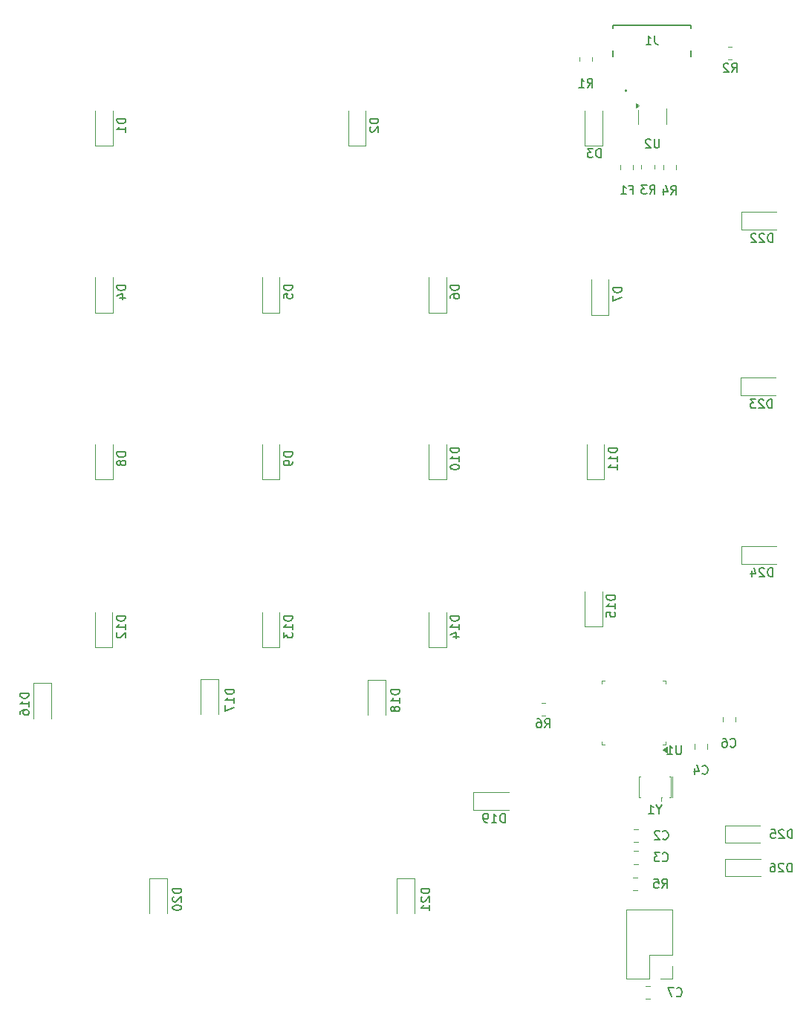
<source format=gbr>
%TF.GenerationSoftware,KiCad,Pcbnew,9.0.2*%
%TF.CreationDate,2025-07-25T12:30:51-06:00*%
%TF.ProjectId,keypadV2-compact,6b657970-6164-4563-922d-636f6d706163,rev?*%
%TF.SameCoordinates,Original*%
%TF.FileFunction,Legend,Bot*%
%TF.FilePolarity,Positive*%
%FSLAX46Y46*%
G04 Gerber Fmt 4.6, Leading zero omitted, Abs format (unit mm)*
G04 Created by KiCad (PCBNEW 9.0.2) date 2025-07-25 12:30:51*
%MOMM*%
%LPD*%
G01*
G04 APERTURE LIST*
%ADD10C,0.150000*%
%ADD11C,0.120000*%
%ADD12C,0.200000*%
G04 APERTURE END LIST*
D10*
X115509819Y-151611905D02*
X114509819Y-151611905D01*
X114509819Y-151611905D02*
X114509819Y-151850000D01*
X114509819Y-151850000D02*
X114557438Y-151992857D01*
X114557438Y-151992857D02*
X114652676Y-152088095D01*
X114652676Y-152088095D02*
X114747914Y-152135714D01*
X114747914Y-152135714D02*
X114938390Y-152183333D01*
X114938390Y-152183333D02*
X115081247Y-152183333D01*
X115081247Y-152183333D02*
X115271723Y-152135714D01*
X115271723Y-152135714D02*
X115366961Y-152088095D01*
X115366961Y-152088095D02*
X115462200Y-151992857D01*
X115462200Y-151992857D02*
X115509819Y-151850000D01*
X115509819Y-151850000D02*
X115509819Y-151611905D01*
X114509819Y-153088095D02*
X114509819Y-152611905D01*
X114509819Y-152611905D02*
X114986009Y-152564286D01*
X114986009Y-152564286D02*
X114938390Y-152611905D01*
X114938390Y-152611905D02*
X114890771Y-152707143D01*
X114890771Y-152707143D02*
X114890771Y-152945238D01*
X114890771Y-152945238D02*
X114938390Y-153040476D01*
X114938390Y-153040476D02*
X114986009Y-153088095D01*
X114986009Y-153088095D02*
X115081247Y-153135714D01*
X115081247Y-153135714D02*
X115319342Y-153135714D01*
X115319342Y-153135714D02*
X115414580Y-153088095D01*
X115414580Y-153088095D02*
X115462200Y-153040476D01*
X115462200Y-153040476D02*
X115509819Y-152945238D01*
X115509819Y-152945238D02*
X115509819Y-152707143D01*
X115509819Y-152707143D02*
X115462200Y-152611905D01*
X115462200Y-152611905D02*
X115414580Y-152564286D01*
X144271666Y-202004819D02*
X144604999Y-201528628D01*
X144843094Y-202004819D02*
X144843094Y-201004819D01*
X144843094Y-201004819D02*
X144462142Y-201004819D01*
X144462142Y-201004819D02*
X144366904Y-201052438D01*
X144366904Y-201052438D02*
X144319285Y-201100057D01*
X144319285Y-201100057D02*
X144271666Y-201195295D01*
X144271666Y-201195295D02*
X144271666Y-201338152D01*
X144271666Y-201338152D02*
X144319285Y-201433390D01*
X144319285Y-201433390D02*
X144366904Y-201481009D01*
X144366904Y-201481009D02*
X144462142Y-201528628D01*
X144462142Y-201528628D02*
X144843094Y-201528628D01*
X143414523Y-201004819D02*
X143604999Y-201004819D01*
X143604999Y-201004819D02*
X143700237Y-201052438D01*
X143700237Y-201052438D02*
X143747856Y-201100057D01*
X143747856Y-201100057D02*
X143843094Y-201242914D01*
X143843094Y-201242914D02*
X143890713Y-201433390D01*
X143890713Y-201433390D02*
X143890713Y-201814342D01*
X143890713Y-201814342D02*
X143843094Y-201909580D01*
X143843094Y-201909580D02*
X143795475Y-201957200D01*
X143795475Y-201957200D02*
X143700237Y-202004819D01*
X143700237Y-202004819D02*
X143509761Y-202004819D01*
X143509761Y-202004819D02*
X143414523Y-201957200D01*
X143414523Y-201957200D02*
X143366904Y-201909580D01*
X143366904Y-201909580D02*
X143319285Y-201814342D01*
X143319285Y-201814342D02*
X143319285Y-201576247D01*
X143319285Y-201576247D02*
X143366904Y-201481009D01*
X143366904Y-201481009D02*
X143414523Y-201433390D01*
X143414523Y-201433390D02*
X143509761Y-201385771D01*
X143509761Y-201385771D02*
X143700237Y-201385771D01*
X143700237Y-201385771D02*
X143795475Y-201433390D01*
X143795475Y-201433390D02*
X143843094Y-201481009D01*
X143843094Y-201481009D02*
X143890713Y-201576247D01*
X96459819Y-189285714D02*
X95459819Y-189285714D01*
X95459819Y-189285714D02*
X95459819Y-189523809D01*
X95459819Y-189523809D02*
X95507438Y-189666666D01*
X95507438Y-189666666D02*
X95602676Y-189761904D01*
X95602676Y-189761904D02*
X95697914Y-189809523D01*
X95697914Y-189809523D02*
X95888390Y-189857142D01*
X95888390Y-189857142D02*
X96031247Y-189857142D01*
X96031247Y-189857142D02*
X96221723Y-189809523D01*
X96221723Y-189809523D02*
X96316961Y-189761904D01*
X96316961Y-189761904D02*
X96412200Y-189666666D01*
X96412200Y-189666666D02*
X96459819Y-189523809D01*
X96459819Y-189523809D02*
X96459819Y-189285714D01*
X96459819Y-190809523D02*
X96459819Y-190238095D01*
X96459819Y-190523809D02*
X95459819Y-190523809D01*
X95459819Y-190523809D02*
X95602676Y-190428571D01*
X95602676Y-190428571D02*
X95697914Y-190333333D01*
X95697914Y-190333333D02*
X95745533Y-190238095D01*
X95555057Y-191190476D02*
X95507438Y-191238095D01*
X95507438Y-191238095D02*
X95459819Y-191333333D01*
X95459819Y-191333333D02*
X95459819Y-191571428D01*
X95459819Y-191571428D02*
X95507438Y-191666666D01*
X95507438Y-191666666D02*
X95555057Y-191714285D01*
X95555057Y-191714285D02*
X95650295Y-191761904D01*
X95650295Y-191761904D02*
X95745533Y-191761904D01*
X95745533Y-191761904D02*
X95888390Y-191714285D01*
X95888390Y-191714285D02*
X96459819Y-191142857D01*
X96459819Y-191142857D02*
X96459819Y-191761904D01*
X158671666Y-141254819D02*
X159004999Y-140778628D01*
X159243094Y-141254819D02*
X159243094Y-140254819D01*
X159243094Y-140254819D02*
X158862142Y-140254819D01*
X158862142Y-140254819D02*
X158766904Y-140302438D01*
X158766904Y-140302438D02*
X158719285Y-140350057D01*
X158719285Y-140350057D02*
X158671666Y-140445295D01*
X158671666Y-140445295D02*
X158671666Y-140588152D01*
X158671666Y-140588152D02*
X158719285Y-140683390D01*
X158719285Y-140683390D02*
X158766904Y-140731009D01*
X158766904Y-140731009D02*
X158862142Y-140778628D01*
X158862142Y-140778628D02*
X159243094Y-140778628D01*
X157814523Y-140588152D02*
X157814523Y-141254819D01*
X158052618Y-140207200D02*
X158290713Y-140921485D01*
X158290713Y-140921485D02*
X157671666Y-140921485D01*
X159816904Y-204054819D02*
X159816904Y-204864342D01*
X159816904Y-204864342D02*
X159769285Y-204959580D01*
X159769285Y-204959580D02*
X159721666Y-205007200D01*
X159721666Y-205007200D02*
X159626428Y-205054819D01*
X159626428Y-205054819D02*
X159435952Y-205054819D01*
X159435952Y-205054819D02*
X159340714Y-205007200D01*
X159340714Y-205007200D02*
X159293095Y-204959580D01*
X159293095Y-204959580D02*
X159245476Y-204864342D01*
X159245476Y-204864342D02*
X159245476Y-204054819D01*
X158245476Y-205054819D02*
X158816904Y-205054819D01*
X158531190Y-205054819D02*
X158531190Y-204054819D01*
X158531190Y-204054819D02*
X158626428Y-204197676D01*
X158626428Y-204197676D02*
X158721666Y-204292914D01*
X158721666Y-204292914D02*
X158816904Y-204340533D01*
X170219285Y-184804819D02*
X170219285Y-183804819D01*
X170219285Y-183804819D02*
X169981190Y-183804819D01*
X169981190Y-183804819D02*
X169838333Y-183852438D01*
X169838333Y-183852438D02*
X169743095Y-183947676D01*
X169743095Y-183947676D02*
X169695476Y-184042914D01*
X169695476Y-184042914D02*
X169647857Y-184233390D01*
X169647857Y-184233390D02*
X169647857Y-184376247D01*
X169647857Y-184376247D02*
X169695476Y-184566723D01*
X169695476Y-184566723D02*
X169743095Y-184661961D01*
X169743095Y-184661961D02*
X169838333Y-184757200D01*
X169838333Y-184757200D02*
X169981190Y-184804819D01*
X169981190Y-184804819D02*
X170219285Y-184804819D01*
X169266904Y-183900057D02*
X169219285Y-183852438D01*
X169219285Y-183852438D02*
X169124047Y-183804819D01*
X169124047Y-183804819D02*
X168885952Y-183804819D01*
X168885952Y-183804819D02*
X168790714Y-183852438D01*
X168790714Y-183852438D02*
X168743095Y-183900057D01*
X168743095Y-183900057D02*
X168695476Y-183995295D01*
X168695476Y-183995295D02*
X168695476Y-184090533D01*
X168695476Y-184090533D02*
X168743095Y-184233390D01*
X168743095Y-184233390D02*
X169314523Y-184804819D01*
X169314523Y-184804819D02*
X168695476Y-184804819D01*
X167838333Y-184138152D02*
X167838333Y-184804819D01*
X168076428Y-183757200D02*
X168314523Y-184471485D01*
X168314523Y-184471485D02*
X167695476Y-184471485D01*
X156221666Y-141204819D02*
X156554999Y-140728628D01*
X156793094Y-141204819D02*
X156793094Y-140204819D01*
X156793094Y-140204819D02*
X156412142Y-140204819D01*
X156412142Y-140204819D02*
X156316904Y-140252438D01*
X156316904Y-140252438D02*
X156269285Y-140300057D01*
X156269285Y-140300057D02*
X156221666Y-140395295D01*
X156221666Y-140395295D02*
X156221666Y-140538152D01*
X156221666Y-140538152D02*
X156269285Y-140633390D01*
X156269285Y-140633390D02*
X156316904Y-140681009D01*
X156316904Y-140681009D02*
X156412142Y-140728628D01*
X156412142Y-140728628D02*
X156793094Y-140728628D01*
X155888332Y-140204819D02*
X155269285Y-140204819D01*
X155269285Y-140204819D02*
X155602618Y-140585771D01*
X155602618Y-140585771D02*
X155459761Y-140585771D01*
X155459761Y-140585771D02*
X155364523Y-140633390D01*
X155364523Y-140633390D02*
X155316904Y-140681009D01*
X155316904Y-140681009D02*
X155269285Y-140776247D01*
X155269285Y-140776247D02*
X155269285Y-141014342D01*
X155269285Y-141014342D02*
X155316904Y-141109580D01*
X155316904Y-141109580D02*
X155364523Y-141157200D01*
X155364523Y-141157200D02*
X155459761Y-141204819D01*
X155459761Y-141204819D02*
X155745475Y-141204819D01*
X155745475Y-141204819D02*
X155840713Y-141157200D01*
X155840713Y-141157200D02*
X155888332Y-141109580D01*
X134509819Y-151611905D02*
X133509819Y-151611905D01*
X133509819Y-151611905D02*
X133509819Y-151850000D01*
X133509819Y-151850000D02*
X133557438Y-151992857D01*
X133557438Y-151992857D02*
X133652676Y-152088095D01*
X133652676Y-152088095D02*
X133747914Y-152135714D01*
X133747914Y-152135714D02*
X133938390Y-152183333D01*
X133938390Y-152183333D02*
X134081247Y-152183333D01*
X134081247Y-152183333D02*
X134271723Y-152135714D01*
X134271723Y-152135714D02*
X134366961Y-152088095D01*
X134366961Y-152088095D02*
X134462200Y-151992857D01*
X134462200Y-151992857D02*
X134509819Y-151850000D01*
X134509819Y-151850000D02*
X134509819Y-151611905D01*
X133509819Y-153040476D02*
X133509819Y-152850000D01*
X133509819Y-152850000D02*
X133557438Y-152754762D01*
X133557438Y-152754762D02*
X133605057Y-152707143D01*
X133605057Y-152707143D02*
X133747914Y-152611905D01*
X133747914Y-152611905D02*
X133938390Y-152564286D01*
X133938390Y-152564286D02*
X134319342Y-152564286D01*
X134319342Y-152564286D02*
X134414580Y-152611905D01*
X134414580Y-152611905D02*
X134462200Y-152659524D01*
X134462200Y-152659524D02*
X134509819Y-152754762D01*
X134509819Y-152754762D02*
X134509819Y-152945238D01*
X134509819Y-152945238D02*
X134462200Y-153040476D01*
X134462200Y-153040476D02*
X134414580Y-153088095D01*
X134414580Y-153088095D02*
X134319342Y-153135714D01*
X134319342Y-153135714D02*
X134081247Y-153135714D01*
X134081247Y-153135714D02*
X133986009Y-153088095D01*
X133986009Y-153088095D02*
X133938390Y-153040476D01*
X133938390Y-153040476D02*
X133890771Y-152945238D01*
X133890771Y-152945238D02*
X133890771Y-152754762D01*
X133890771Y-152754762D02*
X133938390Y-152659524D01*
X133938390Y-152659524D02*
X133986009Y-152611905D01*
X133986009Y-152611905D02*
X134081247Y-152564286D01*
X165571666Y-127304819D02*
X165904999Y-126828628D01*
X166143094Y-127304819D02*
X166143094Y-126304819D01*
X166143094Y-126304819D02*
X165762142Y-126304819D01*
X165762142Y-126304819D02*
X165666904Y-126352438D01*
X165666904Y-126352438D02*
X165619285Y-126400057D01*
X165619285Y-126400057D02*
X165571666Y-126495295D01*
X165571666Y-126495295D02*
X165571666Y-126638152D01*
X165571666Y-126638152D02*
X165619285Y-126733390D01*
X165619285Y-126733390D02*
X165666904Y-126781009D01*
X165666904Y-126781009D02*
X165762142Y-126828628D01*
X165762142Y-126828628D02*
X166143094Y-126828628D01*
X165190713Y-126400057D02*
X165143094Y-126352438D01*
X165143094Y-126352438D02*
X165047856Y-126304819D01*
X165047856Y-126304819D02*
X164809761Y-126304819D01*
X164809761Y-126304819D02*
X164714523Y-126352438D01*
X164714523Y-126352438D02*
X164666904Y-126400057D01*
X164666904Y-126400057D02*
X164619285Y-126495295D01*
X164619285Y-126495295D02*
X164619285Y-126590533D01*
X164619285Y-126590533D02*
X164666904Y-126733390D01*
X164666904Y-126733390D02*
X165238332Y-127304819D01*
X165238332Y-127304819D02*
X164619285Y-127304819D01*
X115509819Y-189285714D02*
X114509819Y-189285714D01*
X114509819Y-189285714D02*
X114509819Y-189523809D01*
X114509819Y-189523809D02*
X114557438Y-189666666D01*
X114557438Y-189666666D02*
X114652676Y-189761904D01*
X114652676Y-189761904D02*
X114747914Y-189809523D01*
X114747914Y-189809523D02*
X114938390Y-189857142D01*
X114938390Y-189857142D02*
X115081247Y-189857142D01*
X115081247Y-189857142D02*
X115271723Y-189809523D01*
X115271723Y-189809523D02*
X115366961Y-189761904D01*
X115366961Y-189761904D02*
X115462200Y-189666666D01*
X115462200Y-189666666D02*
X115509819Y-189523809D01*
X115509819Y-189523809D02*
X115509819Y-189285714D01*
X115509819Y-190809523D02*
X115509819Y-190238095D01*
X115509819Y-190523809D02*
X114509819Y-190523809D01*
X114509819Y-190523809D02*
X114652676Y-190428571D01*
X114652676Y-190428571D02*
X114747914Y-190333333D01*
X114747914Y-190333333D02*
X114795533Y-190238095D01*
X114509819Y-191142857D02*
X114509819Y-191761904D01*
X114509819Y-191761904D02*
X114890771Y-191428571D01*
X114890771Y-191428571D02*
X114890771Y-191571428D01*
X114890771Y-191571428D02*
X114938390Y-191666666D01*
X114938390Y-191666666D02*
X114986009Y-191714285D01*
X114986009Y-191714285D02*
X115081247Y-191761904D01*
X115081247Y-191761904D02*
X115319342Y-191761904D01*
X115319342Y-191761904D02*
X115414580Y-191714285D01*
X115414580Y-191714285D02*
X115462200Y-191666666D01*
X115462200Y-191666666D02*
X115509819Y-191571428D01*
X115509819Y-191571428D02*
X115509819Y-191285714D01*
X115509819Y-191285714D02*
X115462200Y-191190476D01*
X115462200Y-191190476D02*
X115414580Y-191142857D01*
X127709819Y-197685714D02*
X126709819Y-197685714D01*
X126709819Y-197685714D02*
X126709819Y-197923809D01*
X126709819Y-197923809D02*
X126757438Y-198066666D01*
X126757438Y-198066666D02*
X126852676Y-198161904D01*
X126852676Y-198161904D02*
X126947914Y-198209523D01*
X126947914Y-198209523D02*
X127138390Y-198257142D01*
X127138390Y-198257142D02*
X127281247Y-198257142D01*
X127281247Y-198257142D02*
X127471723Y-198209523D01*
X127471723Y-198209523D02*
X127566961Y-198161904D01*
X127566961Y-198161904D02*
X127662200Y-198066666D01*
X127662200Y-198066666D02*
X127709819Y-197923809D01*
X127709819Y-197923809D02*
X127709819Y-197685714D01*
X127709819Y-199209523D02*
X127709819Y-198638095D01*
X127709819Y-198923809D02*
X126709819Y-198923809D01*
X126709819Y-198923809D02*
X126852676Y-198828571D01*
X126852676Y-198828571D02*
X126947914Y-198733333D01*
X126947914Y-198733333D02*
X126995533Y-198638095D01*
X127138390Y-199780952D02*
X127090771Y-199685714D01*
X127090771Y-199685714D02*
X127043152Y-199638095D01*
X127043152Y-199638095D02*
X126947914Y-199590476D01*
X126947914Y-199590476D02*
X126900295Y-199590476D01*
X126900295Y-199590476D02*
X126805057Y-199638095D01*
X126805057Y-199638095D02*
X126757438Y-199685714D01*
X126757438Y-199685714D02*
X126709819Y-199780952D01*
X126709819Y-199780952D02*
X126709819Y-199971428D01*
X126709819Y-199971428D02*
X126757438Y-200066666D01*
X126757438Y-200066666D02*
X126805057Y-200114285D01*
X126805057Y-200114285D02*
X126900295Y-200161904D01*
X126900295Y-200161904D02*
X126947914Y-200161904D01*
X126947914Y-200161904D02*
X127043152Y-200114285D01*
X127043152Y-200114285D02*
X127090771Y-200066666D01*
X127090771Y-200066666D02*
X127138390Y-199971428D01*
X127138390Y-199971428D02*
X127138390Y-199780952D01*
X127138390Y-199780952D02*
X127186009Y-199685714D01*
X127186009Y-199685714D02*
X127233628Y-199638095D01*
X127233628Y-199638095D02*
X127328866Y-199590476D01*
X127328866Y-199590476D02*
X127519342Y-199590476D01*
X127519342Y-199590476D02*
X127614580Y-199638095D01*
X127614580Y-199638095D02*
X127662200Y-199685714D01*
X127662200Y-199685714D02*
X127709819Y-199780952D01*
X127709819Y-199780952D02*
X127709819Y-199971428D01*
X127709819Y-199971428D02*
X127662200Y-200066666D01*
X127662200Y-200066666D02*
X127614580Y-200114285D01*
X127614580Y-200114285D02*
X127519342Y-200161904D01*
X127519342Y-200161904D02*
X127328866Y-200161904D01*
X127328866Y-200161904D02*
X127233628Y-200114285D01*
X127233628Y-200114285D02*
X127186009Y-200066666D01*
X127186009Y-200066666D02*
X127138390Y-199971428D01*
X172469285Y-214604819D02*
X172469285Y-213604819D01*
X172469285Y-213604819D02*
X172231190Y-213604819D01*
X172231190Y-213604819D02*
X172088333Y-213652438D01*
X172088333Y-213652438D02*
X171993095Y-213747676D01*
X171993095Y-213747676D02*
X171945476Y-213842914D01*
X171945476Y-213842914D02*
X171897857Y-214033390D01*
X171897857Y-214033390D02*
X171897857Y-214176247D01*
X171897857Y-214176247D02*
X171945476Y-214366723D01*
X171945476Y-214366723D02*
X171993095Y-214461961D01*
X171993095Y-214461961D02*
X172088333Y-214557200D01*
X172088333Y-214557200D02*
X172231190Y-214604819D01*
X172231190Y-214604819D02*
X172469285Y-214604819D01*
X171516904Y-213700057D02*
X171469285Y-213652438D01*
X171469285Y-213652438D02*
X171374047Y-213604819D01*
X171374047Y-213604819D02*
X171135952Y-213604819D01*
X171135952Y-213604819D02*
X171040714Y-213652438D01*
X171040714Y-213652438D02*
X170993095Y-213700057D01*
X170993095Y-213700057D02*
X170945476Y-213795295D01*
X170945476Y-213795295D02*
X170945476Y-213890533D01*
X170945476Y-213890533D02*
X170993095Y-214033390D01*
X170993095Y-214033390D02*
X171564523Y-214604819D01*
X171564523Y-214604819D02*
X170945476Y-214604819D01*
X170040714Y-213604819D02*
X170516904Y-213604819D01*
X170516904Y-213604819D02*
X170564523Y-214081009D01*
X170564523Y-214081009D02*
X170516904Y-214033390D01*
X170516904Y-214033390D02*
X170421666Y-213985771D01*
X170421666Y-213985771D02*
X170183571Y-213985771D01*
X170183571Y-213985771D02*
X170088333Y-214033390D01*
X170088333Y-214033390D02*
X170040714Y-214081009D01*
X170040714Y-214081009D02*
X169993095Y-214176247D01*
X169993095Y-214176247D02*
X169993095Y-214414342D01*
X169993095Y-214414342D02*
X170040714Y-214509580D01*
X170040714Y-214509580D02*
X170088333Y-214557200D01*
X170088333Y-214557200D02*
X170183571Y-214604819D01*
X170183571Y-214604819D02*
X170421666Y-214604819D01*
X170421666Y-214604819D02*
X170516904Y-214557200D01*
X170516904Y-214557200D02*
X170564523Y-214509580D01*
X149121666Y-129054819D02*
X149454999Y-128578628D01*
X149693094Y-129054819D02*
X149693094Y-128054819D01*
X149693094Y-128054819D02*
X149312142Y-128054819D01*
X149312142Y-128054819D02*
X149216904Y-128102438D01*
X149216904Y-128102438D02*
X149169285Y-128150057D01*
X149169285Y-128150057D02*
X149121666Y-128245295D01*
X149121666Y-128245295D02*
X149121666Y-128388152D01*
X149121666Y-128388152D02*
X149169285Y-128483390D01*
X149169285Y-128483390D02*
X149216904Y-128531009D01*
X149216904Y-128531009D02*
X149312142Y-128578628D01*
X149312142Y-128578628D02*
X149693094Y-128578628D01*
X148169285Y-129054819D02*
X148740713Y-129054819D01*
X148454999Y-129054819D02*
X148454999Y-128054819D01*
X148454999Y-128054819D02*
X148550237Y-128197676D01*
X148550237Y-128197676D02*
X148645475Y-128292914D01*
X148645475Y-128292914D02*
X148740713Y-128340533D01*
X153059819Y-151861905D02*
X152059819Y-151861905D01*
X152059819Y-151861905D02*
X152059819Y-152100000D01*
X152059819Y-152100000D02*
X152107438Y-152242857D01*
X152107438Y-152242857D02*
X152202676Y-152338095D01*
X152202676Y-152338095D02*
X152297914Y-152385714D01*
X152297914Y-152385714D02*
X152488390Y-152433333D01*
X152488390Y-152433333D02*
X152631247Y-152433333D01*
X152631247Y-152433333D02*
X152821723Y-152385714D01*
X152821723Y-152385714D02*
X152916961Y-152338095D01*
X152916961Y-152338095D02*
X153012200Y-152242857D01*
X153012200Y-152242857D02*
X153059819Y-152100000D01*
X153059819Y-152100000D02*
X153059819Y-151861905D01*
X152059819Y-152766667D02*
X152059819Y-153433333D01*
X152059819Y-153433333D02*
X153059819Y-153004762D01*
X96509819Y-151611905D02*
X95509819Y-151611905D01*
X95509819Y-151611905D02*
X95509819Y-151850000D01*
X95509819Y-151850000D02*
X95557438Y-151992857D01*
X95557438Y-151992857D02*
X95652676Y-152088095D01*
X95652676Y-152088095D02*
X95747914Y-152135714D01*
X95747914Y-152135714D02*
X95938390Y-152183333D01*
X95938390Y-152183333D02*
X96081247Y-152183333D01*
X96081247Y-152183333D02*
X96271723Y-152135714D01*
X96271723Y-152135714D02*
X96366961Y-152088095D01*
X96366961Y-152088095D02*
X96462200Y-151992857D01*
X96462200Y-151992857D02*
X96509819Y-151850000D01*
X96509819Y-151850000D02*
X96509819Y-151611905D01*
X95843152Y-153040476D02*
X96509819Y-153040476D01*
X95462200Y-152802381D02*
X96176485Y-152564286D01*
X96176485Y-152564286D02*
X96176485Y-153183333D01*
X172419285Y-218454819D02*
X172419285Y-217454819D01*
X172419285Y-217454819D02*
X172181190Y-217454819D01*
X172181190Y-217454819D02*
X172038333Y-217502438D01*
X172038333Y-217502438D02*
X171943095Y-217597676D01*
X171943095Y-217597676D02*
X171895476Y-217692914D01*
X171895476Y-217692914D02*
X171847857Y-217883390D01*
X171847857Y-217883390D02*
X171847857Y-218026247D01*
X171847857Y-218026247D02*
X171895476Y-218216723D01*
X171895476Y-218216723D02*
X171943095Y-218311961D01*
X171943095Y-218311961D02*
X172038333Y-218407200D01*
X172038333Y-218407200D02*
X172181190Y-218454819D01*
X172181190Y-218454819D02*
X172419285Y-218454819D01*
X171466904Y-217550057D02*
X171419285Y-217502438D01*
X171419285Y-217502438D02*
X171324047Y-217454819D01*
X171324047Y-217454819D02*
X171085952Y-217454819D01*
X171085952Y-217454819D02*
X170990714Y-217502438D01*
X170990714Y-217502438D02*
X170943095Y-217550057D01*
X170943095Y-217550057D02*
X170895476Y-217645295D01*
X170895476Y-217645295D02*
X170895476Y-217740533D01*
X170895476Y-217740533D02*
X170943095Y-217883390D01*
X170943095Y-217883390D02*
X171514523Y-218454819D01*
X171514523Y-218454819D02*
X170895476Y-218454819D01*
X170038333Y-217454819D02*
X170228809Y-217454819D01*
X170228809Y-217454819D02*
X170324047Y-217502438D01*
X170324047Y-217502438D02*
X170371666Y-217550057D01*
X170371666Y-217550057D02*
X170466904Y-217692914D01*
X170466904Y-217692914D02*
X170514523Y-217883390D01*
X170514523Y-217883390D02*
X170514523Y-218264342D01*
X170514523Y-218264342D02*
X170466904Y-218359580D01*
X170466904Y-218359580D02*
X170419285Y-218407200D01*
X170419285Y-218407200D02*
X170324047Y-218454819D01*
X170324047Y-218454819D02*
X170133571Y-218454819D01*
X170133571Y-218454819D02*
X170038333Y-218407200D01*
X170038333Y-218407200D02*
X169990714Y-218359580D01*
X169990714Y-218359580D02*
X169943095Y-218264342D01*
X169943095Y-218264342D02*
X169943095Y-218026247D01*
X169943095Y-218026247D02*
X169990714Y-217931009D01*
X169990714Y-217931009D02*
X170038333Y-217883390D01*
X170038333Y-217883390D02*
X170133571Y-217835771D01*
X170133571Y-217835771D02*
X170324047Y-217835771D01*
X170324047Y-217835771D02*
X170419285Y-217883390D01*
X170419285Y-217883390D02*
X170466904Y-217931009D01*
X170466904Y-217931009D02*
X170514523Y-218026247D01*
X156813333Y-123167319D02*
X156813333Y-123881604D01*
X156813333Y-123881604D02*
X156860952Y-124024461D01*
X156860952Y-124024461D02*
X156956190Y-124119700D01*
X156956190Y-124119700D02*
X157099047Y-124167319D01*
X157099047Y-124167319D02*
X157194285Y-124167319D01*
X155813333Y-124167319D02*
X156384761Y-124167319D01*
X156099047Y-124167319D02*
X156099047Y-123167319D01*
X156099047Y-123167319D02*
X156194285Y-123310176D01*
X156194285Y-123310176D02*
X156289523Y-123405414D01*
X156289523Y-123405414D02*
X156384761Y-123453033D01*
X102859819Y-220335714D02*
X101859819Y-220335714D01*
X101859819Y-220335714D02*
X101859819Y-220573809D01*
X101859819Y-220573809D02*
X101907438Y-220716666D01*
X101907438Y-220716666D02*
X102002676Y-220811904D01*
X102002676Y-220811904D02*
X102097914Y-220859523D01*
X102097914Y-220859523D02*
X102288390Y-220907142D01*
X102288390Y-220907142D02*
X102431247Y-220907142D01*
X102431247Y-220907142D02*
X102621723Y-220859523D01*
X102621723Y-220859523D02*
X102716961Y-220811904D01*
X102716961Y-220811904D02*
X102812200Y-220716666D01*
X102812200Y-220716666D02*
X102859819Y-220573809D01*
X102859819Y-220573809D02*
X102859819Y-220335714D01*
X101955057Y-221288095D02*
X101907438Y-221335714D01*
X101907438Y-221335714D02*
X101859819Y-221430952D01*
X101859819Y-221430952D02*
X101859819Y-221669047D01*
X101859819Y-221669047D02*
X101907438Y-221764285D01*
X101907438Y-221764285D02*
X101955057Y-221811904D01*
X101955057Y-221811904D02*
X102050295Y-221859523D01*
X102050295Y-221859523D02*
X102145533Y-221859523D01*
X102145533Y-221859523D02*
X102288390Y-221811904D01*
X102288390Y-221811904D02*
X102859819Y-221240476D01*
X102859819Y-221240476D02*
X102859819Y-221859523D01*
X101859819Y-222478571D02*
X101859819Y-222573809D01*
X101859819Y-222573809D02*
X101907438Y-222669047D01*
X101907438Y-222669047D02*
X101955057Y-222716666D01*
X101955057Y-222716666D02*
X102050295Y-222764285D01*
X102050295Y-222764285D02*
X102240771Y-222811904D01*
X102240771Y-222811904D02*
X102478866Y-222811904D01*
X102478866Y-222811904D02*
X102669342Y-222764285D01*
X102669342Y-222764285D02*
X102764580Y-222716666D01*
X102764580Y-222716666D02*
X102812200Y-222669047D01*
X102812200Y-222669047D02*
X102859819Y-222573809D01*
X102859819Y-222573809D02*
X102859819Y-222478571D01*
X102859819Y-222478571D02*
X102812200Y-222383333D01*
X102812200Y-222383333D02*
X102764580Y-222335714D01*
X102764580Y-222335714D02*
X102669342Y-222288095D01*
X102669342Y-222288095D02*
X102478866Y-222240476D01*
X102478866Y-222240476D02*
X102240771Y-222240476D01*
X102240771Y-222240476D02*
X102050295Y-222288095D01*
X102050295Y-222288095D02*
X101955057Y-222335714D01*
X101955057Y-222335714D02*
X101907438Y-222383333D01*
X101907438Y-222383333D02*
X101859819Y-222478571D01*
X162221666Y-207209580D02*
X162269285Y-207257200D01*
X162269285Y-207257200D02*
X162412142Y-207304819D01*
X162412142Y-207304819D02*
X162507380Y-207304819D01*
X162507380Y-207304819D02*
X162650237Y-207257200D01*
X162650237Y-207257200D02*
X162745475Y-207161961D01*
X162745475Y-207161961D02*
X162793094Y-207066723D01*
X162793094Y-207066723D02*
X162840713Y-206876247D01*
X162840713Y-206876247D02*
X162840713Y-206733390D01*
X162840713Y-206733390D02*
X162793094Y-206542914D01*
X162793094Y-206542914D02*
X162745475Y-206447676D01*
X162745475Y-206447676D02*
X162650237Y-206352438D01*
X162650237Y-206352438D02*
X162507380Y-206304819D01*
X162507380Y-206304819D02*
X162412142Y-206304819D01*
X162412142Y-206304819D02*
X162269285Y-206352438D01*
X162269285Y-206352438D02*
X162221666Y-206400057D01*
X161364523Y-206638152D02*
X161364523Y-207304819D01*
X161602618Y-206257200D02*
X161840713Y-206971485D01*
X161840713Y-206971485D02*
X161221666Y-206971485D01*
X153988333Y-140706009D02*
X154321666Y-140706009D01*
X154321666Y-141229819D02*
X154321666Y-140229819D01*
X154321666Y-140229819D02*
X153845476Y-140229819D01*
X152940714Y-141229819D02*
X153512142Y-141229819D01*
X153226428Y-141229819D02*
X153226428Y-140229819D01*
X153226428Y-140229819D02*
X153321666Y-140372676D01*
X153321666Y-140372676D02*
X153416904Y-140467914D01*
X153416904Y-140467914D02*
X153512142Y-140515533D01*
X157684166Y-217159580D02*
X157731785Y-217207200D01*
X157731785Y-217207200D02*
X157874642Y-217254819D01*
X157874642Y-217254819D02*
X157969880Y-217254819D01*
X157969880Y-217254819D02*
X158112737Y-217207200D01*
X158112737Y-217207200D02*
X158207975Y-217111961D01*
X158207975Y-217111961D02*
X158255594Y-217016723D01*
X158255594Y-217016723D02*
X158303213Y-216826247D01*
X158303213Y-216826247D02*
X158303213Y-216683390D01*
X158303213Y-216683390D02*
X158255594Y-216492914D01*
X158255594Y-216492914D02*
X158207975Y-216397676D01*
X158207975Y-216397676D02*
X158112737Y-216302438D01*
X158112737Y-216302438D02*
X157969880Y-216254819D01*
X157969880Y-216254819D02*
X157874642Y-216254819D01*
X157874642Y-216254819D02*
X157731785Y-216302438D01*
X157731785Y-216302438D02*
X157684166Y-216350057D01*
X157350832Y-216254819D02*
X156731785Y-216254819D01*
X156731785Y-216254819D02*
X157065118Y-216635771D01*
X157065118Y-216635771D02*
X156922261Y-216635771D01*
X156922261Y-216635771D02*
X156827023Y-216683390D01*
X156827023Y-216683390D02*
X156779404Y-216731009D01*
X156779404Y-216731009D02*
X156731785Y-216826247D01*
X156731785Y-216826247D02*
X156731785Y-217064342D01*
X156731785Y-217064342D02*
X156779404Y-217159580D01*
X156779404Y-217159580D02*
X156827023Y-217207200D01*
X156827023Y-217207200D02*
X156922261Y-217254819D01*
X156922261Y-217254819D02*
X157207975Y-217254819D01*
X157207975Y-217254819D02*
X157303213Y-217207200D01*
X157303213Y-217207200D02*
X157350832Y-217159580D01*
X125309819Y-132611905D02*
X124309819Y-132611905D01*
X124309819Y-132611905D02*
X124309819Y-132850000D01*
X124309819Y-132850000D02*
X124357438Y-132992857D01*
X124357438Y-132992857D02*
X124452676Y-133088095D01*
X124452676Y-133088095D02*
X124547914Y-133135714D01*
X124547914Y-133135714D02*
X124738390Y-133183333D01*
X124738390Y-133183333D02*
X124881247Y-133183333D01*
X124881247Y-133183333D02*
X125071723Y-133135714D01*
X125071723Y-133135714D02*
X125166961Y-133088095D01*
X125166961Y-133088095D02*
X125262200Y-132992857D01*
X125262200Y-132992857D02*
X125309819Y-132850000D01*
X125309819Y-132850000D02*
X125309819Y-132611905D01*
X124405057Y-133564286D02*
X124357438Y-133611905D01*
X124357438Y-133611905D02*
X124309819Y-133707143D01*
X124309819Y-133707143D02*
X124309819Y-133945238D01*
X124309819Y-133945238D02*
X124357438Y-134040476D01*
X124357438Y-134040476D02*
X124405057Y-134088095D01*
X124405057Y-134088095D02*
X124500295Y-134135714D01*
X124500295Y-134135714D02*
X124595533Y-134135714D01*
X124595533Y-134135714D02*
X124738390Y-134088095D01*
X124738390Y-134088095D02*
X125309819Y-133516667D01*
X125309819Y-133516667D02*
X125309819Y-134135714D01*
X96509819Y-170611905D02*
X95509819Y-170611905D01*
X95509819Y-170611905D02*
X95509819Y-170850000D01*
X95509819Y-170850000D02*
X95557438Y-170992857D01*
X95557438Y-170992857D02*
X95652676Y-171088095D01*
X95652676Y-171088095D02*
X95747914Y-171135714D01*
X95747914Y-171135714D02*
X95938390Y-171183333D01*
X95938390Y-171183333D02*
X96081247Y-171183333D01*
X96081247Y-171183333D02*
X96271723Y-171135714D01*
X96271723Y-171135714D02*
X96366961Y-171088095D01*
X96366961Y-171088095D02*
X96462200Y-170992857D01*
X96462200Y-170992857D02*
X96509819Y-170850000D01*
X96509819Y-170850000D02*
X96509819Y-170611905D01*
X95938390Y-171754762D02*
X95890771Y-171659524D01*
X95890771Y-171659524D02*
X95843152Y-171611905D01*
X95843152Y-171611905D02*
X95747914Y-171564286D01*
X95747914Y-171564286D02*
X95700295Y-171564286D01*
X95700295Y-171564286D02*
X95605057Y-171611905D01*
X95605057Y-171611905D02*
X95557438Y-171659524D01*
X95557438Y-171659524D02*
X95509819Y-171754762D01*
X95509819Y-171754762D02*
X95509819Y-171945238D01*
X95509819Y-171945238D02*
X95557438Y-172040476D01*
X95557438Y-172040476D02*
X95605057Y-172088095D01*
X95605057Y-172088095D02*
X95700295Y-172135714D01*
X95700295Y-172135714D02*
X95747914Y-172135714D01*
X95747914Y-172135714D02*
X95843152Y-172088095D01*
X95843152Y-172088095D02*
X95890771Y-172040476D01*
X95890771Y-172040476D02*
X95938390Y-171945238D01*
X95938390Y-171945238D02*
X95938390Y-171754762D01*
X95938390Y-171754762D02*
X95986009Y-171659524D01*
X95986009Y-171659524D02*
X96033628Y-171611905D01*
X96033628Y-171611905D02*
X96128866Y-171564286D01*
X96128866Y-171564286D02*
X96319342Y-171564286D01*
X96319342Y-171564286D02*
X96414580Y-171611905D01*
X96414580Y-171611905D02*
X96462200Y-171659524D01*
X96462200Y-171659524D02*
X96509819Y-171754762D01*
X96509819Y-171754762D02*
X96509819Y-171945238D01*
X96509819Y-171945238D02*
X96462200Y-172040476D01*
X96462200Y-172040476D02*
X96414580Y-172088095D01*
X96414580Y-172088095D02*
X96319342Y-172135714D01*
X96319342Y-172135714D02*
X96128866Y-172135714D01*
X96128866Y-172135714D02*
X96033628Y-172088095D01*
X96033628Y-172088095D02*
X95986009Y-172040476D01*
X95986009Y-172040476D02*
X95938390Y-171945238D01*
X159271666Y-232559580D02*
X159319285Y-232607200D01*
X159319285Y-232607200D02*
X159462142Y-232654819D01*
X159462142Y-232654819D02*
X159557380Y-232654819D01*
X159557380Y-232654819D02*
X159700237Y-232607200D01*
X159700237Y-232607200D02*
X159795475Y-232511961D01*
X159795475Y-232511961D02*
X159843094Y-232416723D01*
X159843094Y-232416723D02*
X159890713Y-232226247D01*
X159890713Y-232226247D02*
X159890713Y-232083390D01*
X159890713Y-232083390D02*
X159843094Y-231892914D01*
X159843094Y-231892914D02*
X159795475Y-231797676D01*
X159795475Y-231797676D02*
X159700237Y-231702438D01*
X159700237Y-231702438D02*
X159557380Y-231654819D01*
X159557380Y-231654819D02*
X159462142Y-231654819D01*
X159462142Y-231654819D02*
X159319285Y-231702438D01*
X159319285Y-231702438D02*
X159271666Y-231750057D01*
X158938332Y-231654819D02*
X158271666Y-231654819D01*
X158271666Y-231654819D02*
X158700237Y-232654819D01*
X152509819Y-170135714D02*
X151509819Y-170135714D01*
X151509819Y-170135714D02*
X151509819Y-170373809D01*
X151509819Y-170373809D02*
X151557438Y-170516666D01*
X151557438Y-170516666D02*
X151652676Y-170611904D01*
X151652676Y-170611904D02*
X151747914Y-170659523D01*
X151747914Y-170659523D02*
X151938390Y-170707142D01*
X151938390Y-170707142D02*
X152081247Y-170707142D01*
X152081247Y-170707142D02*
X152271723Y-170659523D01*
X152271723Y-170659523D02*
X152366961Y-170611904D01*
X152366961Y-170611904D02*
X152462200Y-170516666D01*
X152462200Y-170516666D02*
X152509819Y-170373809D01*
X152509819Y-170373809D02*
X152509819Y-170135714D01*
X152509819Y-171659523D02*
X152509819Y-171088095D01*
X152509819Y-171373809D02*
X151509819Y-171373809D01*
X151509819Y-171373809D02*
X151652676Y-171278571D01*
X151652676Y-171278571D02*
X151747914Y-171183333D01*
X151747914Y-171183333D02*
X151795533Y-171088095D01*
X152509819Y-172611904D02*
X152509819Y-172040476D01*
X152509819Y-172326190D02*
X151509819Y-172326190D01*
X151509819Y-172326190D02*
X151652676Y-172230952D01*
X151652676Y-172230952D02*
X151747914Y-172135714D01*
X151747914Y-172135714D02*
X151795533Y-172040476D01*
X170169285Y-165604819D02*
X170169285Y-164604819D01*
X170169285Y-164604819D02*
X169931190Y-164604819D01*
X169931190Y-164604819D02*
X169788333Y-164652438D01*
X169788333Y-164652438D02*
X169693095Y-164747676D01*
X169693095Y-164747676D02*
X169645476Y-164842914D01*
X169645476Y-164842914D02*
X169597857Y-165033390D01*
X169597857Y-165033390D02*
X169597857Y-165176247D01*
X169597857Y-165176247D02*
X169645476Y-165366723D01*
X169645476Y-165366723D02*
X169693095Y-165461961D01*
X169693095Y-165461961D02*
X169788333Y-165557200D01*
X169788333Y-165557200D02*
X169931190Y-165604819D01*
X169931190Y-165604819D02*
X170169285Y-165604819D01*
X169216904Y-164700057D02*
X169169285Y-164652438D01*
X169169285Y-164652438D02*
X169074047Y-164604819D01*
X169074047Y-164604819D02*
X168835952Y-164604819D01*
X168835952Y-164604819D02*
X168740714Y-164652438D01*
X168740714Y-164652438D02*
X168693095Y-164700057D01*
X168693095Y-164700057D02*
X168645476Y-164795295D01*
X168645476Y-164795295D02*
X168645476Y-164890533D01*
X168645476Y-164890533D02*
X168693095Y-165033390D01*
X168693095Y-165033390D02*
X169264523Y-165604819D01*
X169264523Y-165604819D02*
X168645476Y-165604819D01*
X168312142Y-164604819D02*
X167693095Y-164604819D01*
X167693095Y-164604819D02*
X168026428Y-164985771D01*
X168026428Y-164985771D02*
X167883571Y-164985771D01*
X167883571Y-164985771D02*
X167788333Y-165033390D01*
X167788333Y-165033390D02*
X167740714Y-165081009D01*
X167740714Y-165081009D02*
X167693095Y-165176247D01*
X167693095Y-165176247D02*
X167693095Y-165414342D01*
X167693095Y-165414342D02*
X167740714Y-165509580D01*
X167740714Y-165509580D02*
X167788333Y-165557200D01*
X167788333Y-165557200D02*
X167883571Y-165604819D01*
X167883571Y-165604819D02*
X168169285Y-165604819D01*
X168169285Y-165604819D02*
X168264523Y-165557200D01*
X168264523Y-165557200D02*
X168312142Y-165509580D01*
X157316904Y-134954819D02*
X157316904Y-135764342D01*
X157316904Y-135764342D02*
X157269285Y-135859580D01*
X157269285Y-135859580D02*
X157221666Y-135907200D01*
X157221666Y-135907200D02*
X157126428Y-135954819D01*
X157126428Y-135954819D02*
X156935952Y-135954819D01*
X156935952Y-135954819D02*
X156840714Y-135907200D01*
X156840714Y-135907200D02*
X156793095Y-135859580D01*
X156793095Y-135859580D02*
X156745476Y-135764342D01*
X156745476Y-135764342D02*
X156745476Y-134954819D01*
X156316904Y-135050057D02*
X156269285Y-135002438D01*
X156269285Y-135002438D02*
X156174047Y-134954819D01*
X156174047Y-134954819D02*
X155935952Y-134954819D01*
X155935952Y-134954819D02*
X155840714Y-135002438D01*
X155840714Y-135002438D02*
X155793095Y-135050057D01*
X155793095Y-135050057D02*
X155745476Y-135145295D01*
X155745476Y-135145295D02*
X155745476Y-135240533D01*
X155745476Y-135240533D02*
X155793095Y-135383390D01*
X155793095Y-135383390D02*
X156364523Y-135954819D01*
X156364523Y-135954819D02*
X155745476Y-135954819D01*
X157621666Y-220254819D02*
X157954999Y-219778628D01*
X158193094Y-220254819D02*
X158193094Y-219254819D01*
X158193094Y-219254819D02*
X157812142Y-219254819D01*
X157812142Y-219254819D02*
X157716904Y-219302438D01*
X157716904Y-219302438D02*
X157669285Y-219350057D01*
X157669285Y-219350057D02*
X157621666Y-219445295D01*
X157621666Y-219445295D02*
X157621666Y-219588152D01*
X157621666Y-219588152D02*
X157669285Y-219683390D01*
X157669285Y-219683390D02*
X157716904Y-219731009D01*
X157716904Y-219731009D02*
X157812142Y-219778628D01*
X157812142Y-219778628D02*
X158193094Y-219778628D01*
X156716904Y-219254819D02*
X157193094Y-219254819D01*
X157193094Y-219254819D02*
X157240713Y-219731009D01*
X157240713Y-219731009D02*
X157193094Y-219683390D01*
X157193094Y-219683390D02*
X157097856Y-219635771D01*
X157097856Y-219635771D02*
X156859761Y-219635771D01*
X156859761Y-219635771D02*
X156764523Y-219683390D01*
X156764523Y-219683390D02*
X156716904Y-219731009D01*
X156716904Y-219731009D02*
X156669285Y-219826247D01*
X156669285Y-219826247D02*
X156669285Y-220064342D01*
X156669285Y-220064342D02*
X156716904Y-220159580D01*
X156716904Y-220159580D02*
X156764523Y-220207200D01*
X156764523Y-220207200D02*
X156859761Y-220254819D01*
X156859761Y-220254819D02*
X157097856Y-220254819D01*
X157097856Y-220254819D02*
X157193094Y-220207200D01*
X157193094Y-220207200D02*
X157240713Y-220159580D01*
X131159819Y-220335714D02*
X130159819Y-220335714D01*
X130159819Y-220335714D02*
X130159819Y-220573809D01*
X130159819Y-220573809D02*
X130207438Y-220716666D01*
X130207438Y-220716666D02*
X130302676Y-220811904D01*
X130302676Y-220811904D02*
X130397914Y-220859523D01*
X130397914Y-220859523D02*
X130588390Y-220907142D01*
X130588390Y-220907142D02*
X130731247Y-220907142D01*
X130731247Y-220907142D02*
X130921723Y-220859523D01*
X130921723Y-220859523D02*
X131016961Y-220811904D01*
X131016961Y-220811904D02*
X131112200Y-220716666D01*
X131112200Y-220716666D02*
X131159819Y-220573809D01*
X131159819Y-220573809D02*
X131159819Y-220335714D01*
X130255057Y-221288095D02*
X130207438Y-221335714D01*
X130207438Y-221335714D02*
X130159819Y-221430952D01*
X130159819Y-221430952D02*
X130159819Y-221669047D01*
X130159819Y-221669047D02*
X130207438Y-221764285D01*
X130207438Y-221764285D02*
X130255057Y-221811904D01*
X130255057Y-221811904D02*
X130350295Y-221859523D01*
X130350295Y-221859523D02*
X130445533Y-221859523D01*
X130445533Y-221859523D02*
X130588390Y-221811904D01*
X130588390Y-221811904D02*
X131159819Y-221240476D01*
X131159819Y-221240476D02*
X131159819Y-221859523D01*
X131159819Y-222811904D02*
X131159819Y-222240476D01*
X131159819Y-222526190D02*
X130159819Y-222526190D01*
X130159819Y-222526190D02*
X130302676Y-222430952D01*
X130302676Y-222430952D02*
X130397914Y-222335714D01*
X130397914Y-222335714D02*
X130445533Y-222240476D01*
X134509819Y-170135714D02*
X133509819Y-170135714D01*
X133509819Y-170135714D02*
X133509819Y-170373809D01*
X133509819Y-170373809D02*
X133557438Y-170516666D01*
X133557438Y-170516666D02*
X133652676Y-170611904D01*
X133652676Y-170611904D02*
X133747914Y-170659523D01*
X133747914Y-170659523D02*
X133938390Y-170707142D01*
X133938390Y-170707142D02*
X134081247Y-170707142D01*
X134081247Y-170707142D02*
X134271723Y-170659523D01*
X134271723Y-170659523D02*
X134366961Y-170611904D01*
X134366961Y-170611904D02*
X134462200Y-170516666D01*
X134462200Y-170516666D02*
X134509819Y-170373809D01*
X134509819Y-170373809D02*
X134509819Y-170135714D01*
X134509819Y-171659523D02*
X134509819Y-171088095D01*
X134509819Y-171373809D02*
X133509819Y-171373809D01*
X133509819Y-171373809D02*
X133652676Y-171278571D01*
X133652676Y-171278571D02*
X133747914Y-171183333D01*
X133747914Y-171183333D02*
X133795533Y-171088095D01*
X133509819Y-172278571D02*
X133509819Y-172373809D01*
X133509819Y-172373809D02*
X133557438Y-172469047D01*
X133557438Y-172469047D02*
X133605057Y-172516666D01*
X133605057Y-172516666D02*
X133700295Y-172564285D01*
X133700295Y-172564285D02*
X133890771Y-172611904D01*
X133890771Y-172611904D02*
X134128866Y-172611904D01*
X134128866Y-172611904D02*
X134319342Y-172564285D01*
X134319342Y-172564285D02*
X134414580Y-172516666D01*
X134414580Y-172516666D02*
X134462200Y-172469047D01*
X134462200Y-172469047D02*
X134509819Y-172373809D01*
X134509819Y-172373809D02*
X134509819Y-172278571D01*
X134509819Y-172278571D02*
X134462200Y-172183333D01*
X134462200Y-172183333D02*
X134414580Y-172135714D01*
X134414580Y-172135714D02*
X134319342Y-172088095D01*
X134319342Y-172088095D02*
X134128866Y-172040476D01*
X134128866Y-172040476D02*
X133890771Y-172040476D01*
X133890771Y-172040476D02*
X133700295Y-172088095D01*
X133700295Y-172088095D02*
X133605057Y-172135714D01*
X133605057Y-172135714D02*
X133557438Y-172183333D01*
X133557438Y-172183333D02*
X133509819Y-172278571D01*
X134509819Y-189285714D02*
X133509819Y-189285714D01*
X133509819Y-189285714D02*
X133509819Y-189523809D01*
X133509819Y-189523809D02*
X133557438Y-189666666D01*
X133557438Y-189666666D02*
X133652676Y-189761904D01*
X133652676Y-189761904D02*
X133747914Y-189809523D01*
X133747914Y-189809523D02*
X133938390Y-189857142D01*
X133938390Y-189857142D02*
X134081247Y-189857142D01*
X134081247Y-189857142D02*
X134271723Y-189809523D01*
X134271723Y-189809523D02*
X134366961Y-189761904D01*
X134366961Y-189761904D02*
X134462200Y-189666666D01*
X134462200Y-189666666D02*
X134509819Y-189523809D01*
X134509819Y-189523809D02*
X134509819Y-189285714D01*
X134509819Y-190809523D02*
X134509819Y-190238095D01*
X134509819Y-190523809D02*
X133509819Y-190523809D01*
X133509819Y-190523809D02*
X133652676Y-190428571D01*
X133652676Y-190428571D02*
X133747914Y-190333333D01*
X133747914Y-190333333D02*
X133795533Y-190238095D01*
X133843152Y-191666666D02*
X134509819Y-191666666D01*
X133462200Y-191428571D02*
X134176485Y-191190476D01*
X134176485Y-191190476D02*
X134176485Y-191809523D01*
X85459819Y-198085714D02*
X84459819Y-198085714D01*
X84459819Y-198085714D02*
X84459819Y-198323809D01*
X84459819Y-198323809D02*
X84507438Y-198466666D01*
X84507438Y-198466666D02*
X84602676Y-198561904D01*
X84602676Y-198561904D02*
X84697914Y-198609523D01*
X84697914Y-198609523D02*
X84888390Y-198657142D01*
X84888390Y-198657142D02*
X85031247Y-198657142D01*
X85031247Y-198657142D02*
X85221723Y-198609523D01*
X85221723Y-198609523D02*
X85316961Y-198561904D01*
X85316961Y-198561904D02*
X85412200Y-198466666D01*
X85412200Y-198466666D02*
X85459819Y-198323809D01*
X85459819Y-198323809D02*
X85459819Y-198085714D01*
X85459819Y-199609523D02*
X85459819Y-199038095D01*
X85459819Y-199323809D02*
X84459819Y-199323809D01*
X84459819Y-199323809D02*
X84602676Y-199228571D01*
X84602676Y-199228571D02*
X84697914Y-199133333D01*
X84697914Y-199133333D02*
X84745533Y-199038095D01*
X84459819Y-200466666D02*
X84459819Y-200276190D01*
X84459819Y-200276190D02*
X84507438Y-200180952D01*
X84507438Y-200180952D02*
X84555057Y-200133333D01*
X84555057Y-200133333D02*
X84697914Y-200038095D01*
X84697914Y-200038095D02*
X84888390Y-199990476D01*
X84888390Y-199990476D02*
X85269342Y-199990476D01*
X85269342Y-199990476D02*
X85364580Y-200038095D01*
X85364580Y-200038095D02*
X85412200Y-200085714D01*
X85412200Y-200085714D02*
X85459819Y-200180952D01*
X85459819Y-200180952D02*
X85459819Y-200371428D01*
X85459819Y-200371428D02*
X85412200Y-200466666D01*
X85412200Y-200466666D02*
X85364580Y-200514285D01*
X85364580Y-200514285D02*
X85269342Y-200561904D01*
X85269342Y-200561904D02*
X85031247Y-200561904D01*
X85031247Y-200561904D02*
X84936009Y-200514285D01*
X84936009Y-200514285D02*
X84888390Y-200466666D01*
X84888390Y-200466666D02*
X84840771Y-200371428D01*
X84840771Y-200371428D02*
X84840771Y-200180952D01*
X84840771Y-200180952D02*
X84888390Y-200085714D01*
X84888390Y-200085714D02*
X84936009Y-200038095D01*
X84936009Y-200038095D02*
X85031247Y-199990476D01*
X115509819Y-170611905D02*
X114509819Y-170611905D01*
X114509819Y-170611905D02*
X114509819Y-170850000D01*
X114509819Y-170850000D02*
X114557438Y-170992857D01*
X114557438Y-170992857D02*
X114652676Y-171088095D01*
X114652676Y-171088095D02*
X114747914Y-171135714D01*
X114747914Y-171135714D02*
X114938390Y-171183333D01*
X114938390Y-171183333D02*
X115081247Y-171183333D01*
X115081247Y-171183333D02*
X115271723Y-171135714D01*
X115271723Y-171135714D02*
X115366961Y-171088095D01*
X115366961Y-171088095D02*
X115462200Y-170992857D01*
X115462200Y-170992857D02*
X115509819Y-170850000D01*
X115509819Y-170850000D02*
X115509819Y-170611905D01*
X115509819Y-171659524D02*
X115509819Y-171850000D01*
X115509819Y-171850000D02*
X115462200Y-171945238D01*
X115462200Y-171945238D02*
X115414580Y-171992857D01*
X115414580Y-171992857D02*
X115271723Y-172088095D01*
X115271723Y-172088095D02*
X115081247Y-172135714D01*
X115081247Y-172135714D02*
X114700295Y-172135714D01*
X114700295Y-172135714D02*
X114605057Y-172088095D01*
X114605057Y-172088095D02*
X114557438Y-172040476D01*
X114557438Y-172040476D02*
X114509819Y-171945238D01*
X114509819Y-171945238D02*
X114509819Y-171754762D01*
X114509819Y-171754762D02*
X114557438Y-171659524D01*
X114557438Y-171659524D02*
X114605057Y-171611905D01*
X114605057Y-171611905D02*
X114700295Y-171564286D01*
X114700295Y-171564286D02*
X114938390Y-171564286D01*
X114938390Y-171564286D02*
X115033628Y-171611905D01*
X115033628Y-171611905D02*
X115081247Y-171659524D01*
X115081247Y-171659524D02*
X115128866Y-171754762D01*
X115128866Y-171754762D02*
X115128866Y-171945238D01*
X115128866Y-171945238D02*
X115081247Y-172040476D01*
X115081247Y-172040476D02*
X115033628Y-172088095D01*
X115033628Y-172088095D02*
X114938390Y-172135714D01*
X139719285Y-212804819D02*
X139719285Y-211804819D01*
X139719285Y-211804819D02*
X139481190Y-211804819D01*
X139481190Y-211804819D02*
X139338333Y-211852438D01*
X139338333Y-211852438D02*
X139243095Y-211947676D01*
X139243095Y-211947676D02*
X139195476Y-212042914D01*
X139195476Y-212042914D02*
X139147857Y-212233390D01*
X139147857Y-212233390D02*
X139147857Y-212376247D01*
X139147857Y-212376247D02*
X139195476Y-212566723D01*
X139195476Y-212566723D02*
X139243095Y-212661961D01*
X139243095Y-212661961D02*
X139338333Y-212757200D01*
X139338333Y-212757200D02*
X139481190Y-212804819D01*
X139481190Y-212804819D02*
X139719285Y-212804819D01*
X138195476Y-212804819D02*
X138766904Y-212804819D01*
X138481190Y-212804819D02*
X138481190Y-211804819D01*
X138481190Y-211804819D02*
X138576428Y-211947676D01*
X138576428Y-211947676D02*
X138671666Y-212042914D01*
X138671666Y-212042914D02*
X138766904Y-212090533D01*
X137719285Y-212804819D02*
X137528809Y-212804819D01*
X137528809Y-212804819D02*
X137433571Y-212757200D01*
X137433571Y-212757200D02*
X137385952Y-212709580D01*
X137385952Y-212709580D02*
X137290714Y-212566723D01*
X137290714Y-212566723D02*
X137243095Y-212376247D01*
X137243095Y-212376247D02*
X137243095Y-211995295D01*
X137243095Y-211995295D02*
X137290714Y-211900057D01*
X137290714Y-211900057D02*
X137338333Y-211852438D01*
X137338333Y-211852438D02*
X137433571Y-211804819D01*
X137433571Y-211804819D02*
X137624047Y-211804819D01*
X137624047Y-211804819D02*
X137719285Y-211852438D01*
X137719285Y-211852438D02*
X137766904Y-211900057D01*
X137766904Y-211900057D02*
X137814523Y-211995295D01*
X137814523Y-211995295D02*
X137814523Y-212233390D01*
X137814523Y-212233390D02*
X137766904Y-212328628D01*
X137766904Y-212328628D02*
X137719285Y-212376247D01*
X137719285Y-212376247D02*
X137624047Y-212423866D01*
X137624047Y-212423866D02*
X137433571Y-212423866D01*
X137433571Y-212423866D02*
X137338333Y-212376247D01*
X137338333Y-212376247D02*
X137290714Y-212328628D01*
X137290714Y-212328628D02*
X137243095Y-212233390D01*
X152309819Y-186935714D02*
X151309819Y-186935714D01*
X151309819Y-186935714D02*
X151309819Y-187173809D01*
X151309819Y-187173809D02*
X151357438Y-187316666D01*
X151357438Y-187316666D02*
X151452676Y-187411904D01*
X151452676Y-187411904D02*
X151547914Y-187459523D01*
X151547914Y-187459523D02*
X151738390Y-187507142D01*
X151738390Y-187507142D02*
X151881247Y-187507142D01*
X151881247Y-187507142D02*
X152071723Y-187459523D01*
X152071723Y-187459523D02*
X152166961Y-187411904D01*
X152166961Y-187411904D02*
X152262200Y-187316666D01*
X152262200Y-187316666D02*
X152309819Y-187173809D01*
X152309819Y-187173809D02*
X152309819Y-186935714D01*
X152309819Y-188459523D02*
X152309819Y-187888095D01*
X152309819Y-188173809D02*
X151309819Y-188173809D01*
X151309819Y-188173809D02*
X151452676Y-188078571D01*
X151452676Y-188078571D02*
X151547914Y-187983333D01*
X151547914Y-187983333D02*
X151595533Y-187888095D01*
X151309819Y-189364285D02*
X151309819Y-188888095D01*
X151309819Y-188888095D02*
X151786009Y-188840476D01*
X151786009Y-188840476D02*
X151738390Y-188888095D01*
X151738390Y-188888095D02*
X151690771Y-188983333D01*
X151690771Y-188983333D02*
X151690771Y-189221428D01*
X151690771Y-189221428D02*
X151738390Y-189316666D01*
X151738390Y-189316666D02*
X151786009Y-189364285D01*
X151786009Y-189364285D02*
X151881247Y-189411904D01*
X151881247Y-189411904D02*
X152119342Y-189411904D01*
X152119342Y-189411904D02*
X152214580Y-189364285D01*
X152214580Y-189364285D02*
X152262200Y-189316666D01*
X152262200Y-189316666D02*
X152309819Y-189221428D01*
X152309819Y-189221428D02*
X152309819Y-188983333D01*
X152309819Y-188983333D02*
X152262200Y-188888095D01*
X152262200Y-188888095D02*
X152214580Y-188840476D01*
X96509819Y-132611905D02*
X95509819Y-132611905D01*
X95509819Y-132611905D02*
X95509819Y-132850000D01*
X95509819Y-132850000D02*
X95557438Y-132992857D01*
X95557438Y-132992857D02*
X95652676Y-133088095D01*
X95652676Y-133088095D02*
X95747914Y-133135714D01*
X95747914Y-133135714D02*
X95938390Y-133183333D01*
X95938390Y-133183333D02*
X96081247Y-133183333D01*
X96081247Y-133183333D02*
X96271723Y-133135714D01*
X96271723Y-133135714D02*
X96366961Y-133088095D01*
X96366961Y-133088095D02*
X96462200Y-132992857D01*
X96462200Y-132992857D02*
X96509819Y-132850000D01*
X96509819Y-132850000D02*
X96509819Y-132611905D01*
X96509819Y-134135714D02*
X96509819Y-133564286D01*
X96509819Y-133850000D02*
X95509819Y-133850000D01*
X95509819Y-133850000D02*
X95652676Y-133754762D01*
X95652676Y-133754762D02*
X95747914Y-133659524D01*
X95747914Y-133659524D02*
X95795533Y-133564286D01*
X157281190Y-211328628D02*
X157281190Y-211804819D01*
X157614523Y-210804819D02*
X157281190Y-211328628D01*
X157281190Y-211328628D02*
X156947857Y-210804819D01*
X156090714Y-211804819D02*
X156662142Y-211804819D01*
X156376428Y-211804819D02*
X156376428Y-210804819D01*
X156376428Y-210804819D02*
X156471666Y-210947676D01*
X156471666Y-210947676D02*
X156566904Y-211042914D01*
X156566904Y-211042914D02*
X156662142Y-211090533D01*
X170219285Y-146704819D02*
X170219285Y-145704819D01*
X170219285Y-145704819D02*
X169981190Y-145704819D01*
X169981190Y-145704819D02*
X169838333Y-145752438D01*
X169838333Y-145752438D02*
X169743095Y-145847676D01*
X169743095Y-145847676D02*
X169695476Y-145942914D01*
X169695476Y-145942914D02*
X169647857Y-146133390D01*
X169647857Y-146133390D02*
X169647857Y-146276247D01*
X169647857Y-146276247D02*
X169695476Y-146466723D01*
X169695476Y-146466723D02*
X169743095Y-146561961D01*
X169743095Y-146561961D02*
X169838333Y-146657200D01*
X169838333Y-146657200D02*
X169981190Y-146704819D01*
X169981190Y-146704819D02*
X170219285Y-146704819D01*
X169266904Y-145800057D02*
X169219285Y-145752438D01*
X169219285Y-145752438D02*
X169124047Y-145704819D01*
X169124047Y-145704819D02*
X168885952Y-145704819D01*
X168885952Y-145704819D02*
X168790714Y-145752438D01*
X168790714Y-145752438D02*
X168743095Y-145800057D01*
X168743095Y-145800057D02*
X168695476Y-145895295D01*
X168695476Y-145895295D02*
X168695476Y-145990533D01*
X168695476Y-145990533D02*
X168743095Y-146133390D01*
X168743095Y-146133390D02*
X169314523Y-146704819D01*
X169314523Y-146704819D02*
X168695476Y-146704819D01*
X168314523Y-145800057D02*
X168266904Y-145752438D01*
X168266904Y-145752438D02*
X168171666Y-145704819D01*
X168171666Y-145704819D02*
X167933571Y-145704819D01*
X167933571Y-145704819D02*
X167838333Y-145752438D01*
X167838333Y-145752438D02*
X167790714Y-145800057D01*
X167790714Y-145800057D02*
X167743095Y-145895295D01*
X167743095Y-145895295D02*
X167743095Y-145990533D01*
X167743095Y-145990533D02*
X167790714Y-146133390D01*
X167790714Y-146133390D02*
X168362142Y-146704819D01*
X168362142Y-146704819D02*
X167743095Y-146704819D01*
X150643094Y-137054819D02*
X150643094Y-136054819D01*
X150643094Y-136054819D02*
X150404999Y-136054819D01*
X150404999Y-136054819D02*
X150262142Y-136102438D01*
X150262142Y-136102438D02*
X150166904Y-136197676D01*
X150166904Y-136197676D02*
X150119285Y-136292914D01*
X150119285Y-136292914D02*
X150071666Y-136483390D01*
X150071666Y-136483390D02*
X150071666Y-136626247D01*
X150071666Y-136626247D02*
X150119285Y-136816723D01*
X150119285Y-136816723D02*
X150166904Y-136911961D01*
X150166904Y-136911961D02*
X150262142Y-137007200D01*
X150262142Y-137007200D02*
X150404999Y-137054819D01*
X150404999Y-137054819D02*
X150643094Y-137054819D01*
X149738332Y-136054819D02*
X149119285Y-136054819D01*
X149119285Y-136054819D02*
X149452618Y-136435771D01*
X149452618Y-136435771D02*
X149309761Y-136435771D01*
X149309761Y-136435771D02*
X149214523Y-136483390D01*
X149214523Y-136483390D02*
X149166904Y-136531009D01*
X149166904Y-136531009D02*
X149119285Y-136626247D01*
X149119285Y-136626247D02*
X149119285Y-136864342D01*
X149119285Y-136864342D02*
X149166904Y-136959580D01*
X149166904Y-136959580D02*
X149214523Y-137007200D01*
X149214523Y-137007200D02*
X149309761Y-137054819D01*
X149309761Y-137054819D02*
X149595475Y-137054819D01*
X149595475Y-137054819D02*
X149690713Y-137007200D01*
X149690713Y-137007200D02*
X149738332Y-136959580D01*
X157721666Y-214659580D02*
X157769285Y-214707200D01*
X157769285Y-214707200D02*
X157912142Y-214754819D01*
X157912142Y-214754819D02*
X158007380Y-214754819D01*
X158007380Y-214754819D02*
X158150237Y-214707200D01*
X158150237Y-214707200D02*
X158245475Y-214611961D01*
X158245475Y-214611961D02*
X158293094Y-214516723D01*
X158293094Y-214516723D02*
X158340713Y-214326247D01*
X158340713Y-214326247D02*
X158340713Y-214183390D01*
X158340713Y-214183390D02*
X158293094Y-213992914D01*
X158293094Y-213992914D02*
X158245475Y-213897676D01*
X158245475Y-213897676D02*
X158150237Y-213802438D01*
X158150237Y-213802438D02*
X158007380Y-213754819D01*
X158007380Y-213754819D02*
X157912142Y-213754819D01*
X157912142Y-213754819D02*
X157769285Y-213802438D01*
X157769285Y-213802438D02*
X157721666Y-213850057D01*
X157340713Y-213850057D02*
X157293094Y-213802438D01*
X157293094Y-213802438D02*
X157197856Y-213754819D01*
X157197856Y-213754819D02*
X156959761Y-213754819D01*
X156959761Y-213754819D02*
X156864523Y-213802438D01*
X156864523Y-213802438D02*
X156816904Y-213850057D01*
X156816904Y-213850057D02*
X156769285Y-213945295D01*
X156769285Y-213945295D02*
X156769285Y-214040533D01*
X156769285Y-214040533D02*
X156816904Y-214183390D01*
X156816904Y-214183390D02*
X157388332Y-214754819D01*
X157388332Y-214754819D02*
X156769285Y-214754819D01*
X108859819Y-197635714D02*
X107859819Y-197635714D01*
X107859819Y-197635714D02*
X107859819Y-197873809D01*
X107859819Y-197873809D02*
X107907438Y-198016666D01*
X107907438Y-198016666D02*
X108002676Y-198111904D01*
X108002676Y-198111904D02*
X108097914Y-198159523D01*
X108097914Y-198159523D02*
X108288390Y-198207142D01*
X108288390Y-198207142D02*
X108431247Y-198207142D01*
X108431247Y-198207142D02*
X108621723Y-198159523D01*
X108621723Y-198159523D02*
X108716961Y-198111904D01*
X108716961Y-198111904D02*
X108812200Y-198016666D01*
X108812200Y-198016666D02*
X108859819Y-197873809D01*
X108859819Y-197873809D02*
X108859819Y-197635714D01*
X108859819Y-199159523D02*
X108859819Y-198588095D01*
X108859819Y-198873809D02*
X107859819Y-198873809D01*
X107859819Y-198873809D02*
X108002676Y-198778571D01*
X108002676Y-198778571D02*
X108097914Y-198683333D01*
X108097914Y-198683333D02*
X108145533Y-198588095D01*
X107859819Y-199492857D02*
X107859819Y-200159523D01*
X107859819Y-200159523D02*
X108859819Y-199730952D01*
X165421666Y-204147080D02*
X165469285Y-204194700D01*
X165469285Y-204194700D02*
X165612142Y-204242319D01*
X165612142Y-204242319D02*
X165707380Y-204242319D01*
X165707380Y-204242319D02*
X165850237Y-204194700D01*
X165850237Y-204194700D02*
X165945475Y-204099461D01*
X165945475Y-204099461D02*
X165993094Y-204004223D01*
X165993094Y-204004223D02*
X166040713Y-203813747D01*
X166040713Y-203813747D02*
X166040713Y-203670890D01*
X166040713Y-203670890D02*
X165993094Y-203480414D01*
X165993094Y-203480414D02*
X165945475Y-203385176D01*
X165945475Y-203385176D02*
X165850237Y-203289938D01*
X165850237Y-203289938D02*
X165707380Y-203242319D01*
X165707380Y-203242319D02*
X165612142Y-203242319D01*
X165612142Y-203242319D02*
X165469285Y-203289938D01*
X165469285Y-203289938D02*
X165421666Y-203337557D01*
X164564523Y-203242319D02*
X164754999Y-203242319D01*
X164754999Y-203242319D02*
X164850237Y-203289938D01*
X164850237Y-203289938D02*
X164897856Y-203337557D01*
X164897856Y-203337557D02*
X164993094Y-203480414D01*
X164993094Y-203480414D02*
X165040713Y-203670890D01*
X165040713Y-203670890D02*
X165040713Y-204051842D01*
X165040713Y-204051842D02*
X164993094Y-204147080D01*
X164993094Y-204147080D02*
X164945475Y-204194700D01*
X164945475Y-204194700D02*
X164850237Y-204242319D01*
X164850237Y-204242319D02*
X164659761Y-204242319D01*
X164659761Y-204242319D02*
X164564523Y-204194700D01*
X164564523Y-204194700D02*
X164516904Y-204147080D01*
X164516904Y-204147080D02*
X164469285Y-204051842D01*
X164469285Y-204051842D02*
X164469285Y-203813747D01*
X164469285Y-203813747D02*
X164516904Y-203718509D01*
X164516904Y-203718509D02*
X164564523Y-203670890D01*
X164564523Y-203670890D02*
X164659761Y-203623271D01*
X164659761Y-203623271D02*
X164850237Y-203623271D01*
X164850237Y-203623271D02*
X164945475Y-203670890D01*
X164945475Y-203670890D02*
X164993094Y-203718509D01*
X164993094Y-203718509D02*
X165040713Y-203813747D01*
D11*
%TO.C,J2*%
X153535000Y-230570000D02*
X153535000Y-222730000D01*
X156185000Y-227920000D02*
X156185000Y-230570000D01*
X156185000Y-230570000D02*
X153535000Y-230570000D01*
X158835000Y-222730000D02*
X153535000Y-222730000D01*
X158835000Y-227920000D02*
X156185000Y-227920000D01*
X158835000Y-227920000D02*
X158835000Y-222730000D01*
X158835000Y-229190000D02*
X158835000Y-230570000D01*
X158835000Y-230570000D02*
X157455000Y-230570000D01*
%TO.C,D5*%
X112055000Y-154710000D02*
X112055000Y-150700000D01*
X114055000Y-154710000D02*
X112055000Y-154710000D01*
X114055000Y-154710000D02*
X114055000Y-150700000D01*
%TO.C,R6*%
X143877936Y-199165000D02*
X144332064Y-199165000D01*
X143877936Y-200635000D02*
X144332064Y-200635000D01*
%TO.C,D12*%
X93005000Y-192860000D02*
X93005000Y-188850000D01*
X95005000Y-192860000D02*
X93005000Y-192860000D01*
X95005000Y-192860000D02*
X95005000Y-188850000D01*
%TO.C,R4*%
X157770000Y-137922936D02*
X157770000Y-138377064D01*
X159240000Y-137922936D02*
X159240000Y-138377064D01*
%TO.C,U1*%
X150795000Y-196690000D02*
X151070000Y-196690000D01*
X150795000Y-196965000D02*
X150795000Y-196690000D01*
X150795000Y-203635000D02*
X150795000Y-203910000D01*
X150795000Y-203910000D02*
X151070000Y-203910000D01*
X158015000Y-196690000D02*
X157740000Y-196690000D01*
X158015000Y-196965000D02*
X158015000Y-196690000D01*
X158015000Y-203635000D02*
X158015000Y-203910000D01*
X158015000Y-203910000D02*
X157740000Y-203910000D01*
X158210000Y-204840000D02*
X157740000Y-204500000D01*
X158210000Y-204160000D01*
X158210000Y-204840000D01*
G36*
X158210000Y-204840000D02*
G01*
X157740000Y-204500000D01*
X158210000Y-204160000D01*
X158210000Y-204840000D01*
G37*
%TO.C,D24*%
X166645000Y-181350000D02*
X170655000Y-181350000D01*
X166645000Y-183350000D02*
X166645000Y-181350000D01*
X166645000Y-183350000D02*
X170655000Y-183350000D01*
%TO.C,R3*%
X155270000Y-137872936D02*
X155270000Y-138327064D01*
X156740000Y-137872936D02*
X156740000Y-138327064D01*
%TO.C,D6*%
X131055000Y-154710000D02*
X131055000Y-150700000D01*
X133055000Y-154710000D02*
X131055000Y-154710000D01*
X133055000Y-154710000D02*
X133055000Y-150700000D01*
%TO.C,R2*%
X165127936Y-124415000D02*
X165582064Y-124415000D01*
X165127936Y-125885000D02*
X165582064Y-125885000D01*
%TO.C,D13*%
X112055000Y-192860000D02*
X112055000Y-188850000D01*
X114055000Y-192860000D02*
X112055000Y-192860000D01*
X114055000Y-192860000D02*
X114055000Y-188850000D01*
%TO.C,D18*%
X124105000Y-196540000D02*
X124105000Y-200550000D01*
X124105000Y-196540000D02*
X126105000Y-196540000D01*
X126105000Y-196540000D02*
X126105000Y-200550000D01*
%TO.C,D25*%
X164795000Y-213150000D02*
X168805000Y-213150000D01*
X164795000Y-215150000D02*
X164795000Y-213150000D01*
X164795000Y-215150000D02*
X168805000Y-215150000D01*
%TO.C,R1*%
X148220000Y-126077064D02*
X148220000Y-125622936D01*
X149690000Y-126077064D02*
X149690000Y-125622936D01*
%TO.C,D7*%
X149555000Y-154960000D02*
X149555000Y-150950000D01*
X151555000Y-154960000D02*
X149555000Y-154960000D01*
X151555000Y-154960000D02*
X151555000Y-150950000D01*
%TO.C,D4*%
X93055000Y-154710000D02*
X93055000Y-150700000D01*
X95055000Y-154710000D02*
X93055000Y-154710000D01*
X95055000Y-154710000D02*
X95055000Y-150700000D01*
%TO.C,D26*%
X164845000Y-216950000D02*
X168855000Y-216950000D01*
X164845000Y-218950000D02*
X164845000Y-216950000D01*
X164845000Y-218950000D02*
X168855000Y-218950000D01*
D12*
%TO.C,J1*%
X152010000Y-121972500D02*
X160950000Y-121972500D01*
X152010000Y-122322500D02*
X152010000Y-121972500D01*
X152010000Y-125562500D02*
X152010000Y-124882500D01*
X160950000Y-121972500D02*
X160950000Y-122322500D01*
X160950000Y-125562500D02*
X160950000Y-124882500D01*
X153605000Y-129412500D02*
G75*
G02*
X153405000Y-129412500I-100000J0D01*
G01*
X153405000Y-129412500D02*
G75*
G02*
X153605000Y-129412500I100000J0D01*
G01*
D11*
%TO.C,D20*%
X99205000Y-219190000D02*
X99205000Y-223200000D01*
X99205000Y-219190000D02*
X101205000Y-219190000D01*
X101205000Y-219190000D02*
X101205000Y-223200000D01*
%TO.C,C4*%
X161320000Y-203888748D02*
X161320000Y-204411252D01*
X162790000Y-203888748D02*
X162790000Y-204411252D01*
%TO.C,F1*%
X152895000Y-138386252D02*
X152895000Y-137863748D01*
X154315000Y-138386252D02*
X154315000Y-137863748D01*
%TO.C,C3*%
X154406248Y-216065000D02*
X154928752Y-216065000D01*
X154406248Y-217535000D02*
X154928752Y-217535000D01*
%TO.C,D2*%
X121855000Y-135710000D02*
X121855000Y-131700000D01*
X123855000Y-135710000D02*
X121855000Y-135710000D01*
X123855000Y-135710000D02*
X123855000Y-131700000D01*
%TO.C,D8*%
X93055000Y-173710000D02*
X93055000Y-169700000D01*
X95055000Y-173710000D02*
X93055000Y-173710000D01*
X95055000Y-173710000D02*
X95055000Y-169700000D01*
%TO.C,C7*%
X155756248Y-231465000D02*
X156278752Y-231465000D01*
X155756248Y-232935000D02*
X156278752Y-232935000D01*
%TO.C,D11*%
X149055000Y-173710000D02*
X149055000Y-169700000D01*
X151055000Y-173710000D02*
X149055000Y-173710000D01*
X151055000Y-173710000D02*
X151055000Y-169700000D01*
%TO.C,D23*%
X166595000Y-162150000D02*
X170605000Y-162150000D01*
X166595000Y-164150000D02*
X166595000Y-162150000D01*
X166595000Y-164150000D02*
X170605000Y-164150000D01*
%TO.C,U2*%
X154945000Y-132450000D02*
X154945000Y-131650000D01*
X154945000Y-132450000D02*
X154945000Y-133250000D01*
X158165000Y-131450000D02*
X158165000Y-133250000D01*
X154995000Y-131150000D02*
X154665000Y-131390000D01*
X154665000Y-130910000D01*
X154995000Y-131150000D01*
G36*
X154995000Y-131150000D02*
G01*
X154665000Y-131390000D01*
X154665000Y-130910000D01*
X154995000Y-131150000D01*
G37*
%TO.C,R5*%
X154327936Y-219065000D02*
X154782064Y-219065000D01*
X154327936Y-220535000D02*
X154782064Y-220535000D01*
%TO.C,D21*%
X127405000Y-219190000D02*
X127405000Y-223200000D01*
X127405000Y-219190000D02*
X129405000Y-219190000D01*
X129405000Y-219190000D02*
X129405000Y-223200000D01*
%TO.C,D10*%
X131055000Y-173710000D02*
X131055000Y-169700000D01*
X133055000Y-173710000D02*
X131055000Y-173710000D01*
X133055000Y-173710000D02*
X133055000Y-169700000D01*
%TO.C,D14*%
X131055000Y-192860000D02*
X131055000Y-188850000D01*
X133055000Y-192860000D02*
X131055000Y-192860000D01*
X133055000Y-192860000D02*
X133055000Y-188850000D01*
%TO.C,D16*%
X86005000Y-196940000D02*
X86005000Y-200950000D01*
X86005000Y-196940000D02*
X88005000Y-196940000D01*
X88005000Y-196940000D02*
X88005000Y-200950000D01*
%TO.C,D9*%
X112055000Y-173710000D02*
X112055000Y-169700000D01*
X114055000Y-173710000D02*
X112055000Y-173710000D01*
X114055000Y-173710000D02*
X114055000Y-169700000D01*
%TO.C,D19*%
X136145000Y-209350000D02*
X140155000Y-209350000D01*
X136145000Y-211350000D02*
X136145000Y-209350000D01*
X136145000Y-211350000D02*
X140155000Y-211350000D01*
%TO.C,D15*%
X148855000Y-190510000D02*
X148855000Y-186500000D01*
X150855000Y-190510000D02*
X148855000Y-190510000D01*
X150855000Y-190510000D02*
X150855000Y-186500000D01*
%TO.C,D1*%
X93055000Y-135710000D02*
X93055000Y-131700000D01*
X95055000Y-135710000D02*
X93055000Y-135710000D01*
X95055000Y-135710000D02*
X95055000Y-131700000D01*
%TO.C,Y1*%
X155005000Y-207550000D02*
X155005000Y-209550000D01*
X155005000Y-207550000D02*
X155155000Y-207550000D01*
X155005000Y-209550000D02*
X155005000Y-209950000D01*
X155005000Y-209950000D02*
X155155000Y-209950000D01*
X157555000Y-209950000D02*
X157555000Y-210350000D01*
X157555000Y-209950000D02*
X157605000Y-209950000D01*
X158605000Y-207550000D02*
X158455000Y-207550000D01*
X158605000Y-209550000D02*
X158605000Y-207550000D01*
X158605000Y-209550000D02*
X158605000Y-209950000D01*
X158605000Y-209950000D02*
X158455000Y-209950000D01*
X158805000Y-207550000D02*
X158805000Y-209550000D01*
X158805000Y-209550000D02*
X158805000Y-209950000D01*
%TO.C,D22*%
X166645000Y-143250000D02*
X170655000Y-143250000D01*
X166645000Y-145250000D02*
X166645000Y-143250000D01*
X166645000Y-145250000D02*
X170655000Y-145250000D01*
%TO.C,D3*%
X148855000Y-135710000D02*
X148855000Y-131700000D01*
X150855000Y-135710000D02*
X148855000Y-135710000D01*
X150855000Y-135710000D02*
X150855000Y-131700000D01*
%TO.C,C2*%
X154406248Y-213565000D02*
X154928752Y-213565000D01*
X154406248Y-215035000D02*
X154928752Y-215035000D01*
%TO.C,D17*%
X105055000Y-196490000D02*
X105055000Y-200500000D01*
X105055000Y-196490000D02*
X107055000Y-196490000D01*
X107055000Y-196490000D02*
X107055000Y-200500000D01*
%TO.C,C6*%
X164570000Y-200826248D02*
X164570000Y-201348752D01*
X166040000Y-200826248D02*
X166040000Y-201348752D01*
%TD*%
M02*

</source>
